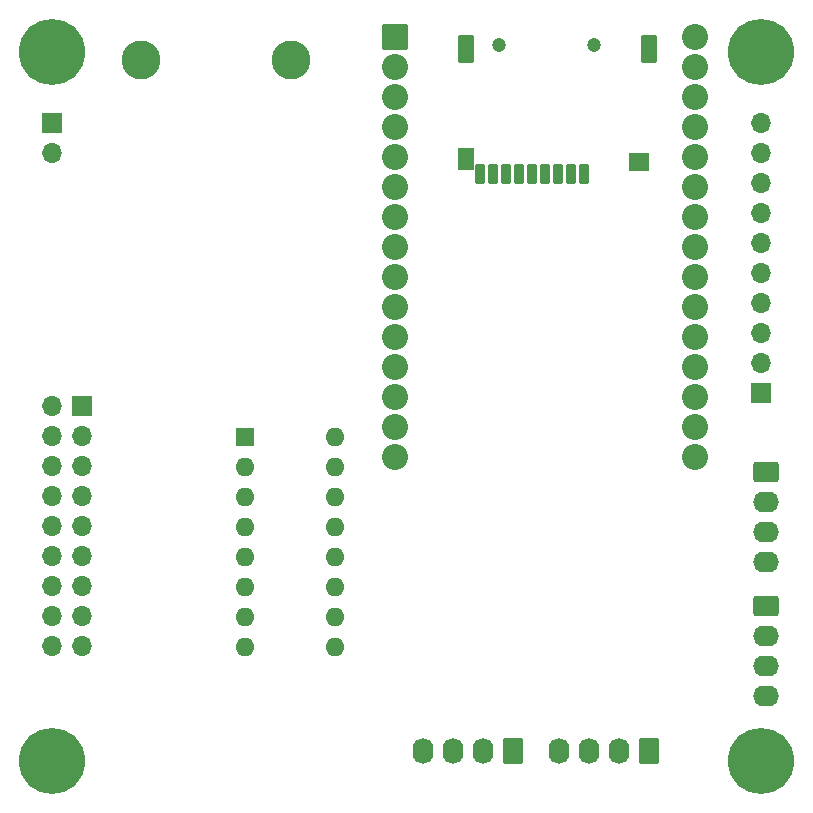
<source format=gbr>
%TF.GenerationSoftware,KiCad,Pcbnew,8.0.0-8.0.0-1~ubuntu20.04.1*%
%TF.CreationDate,2024-06-18T17:36:17-06:00*%
%TF.ProjectId,BioReactify,42696f52-6561-4637-9469-66792e6b6963,rev?*%
%TF.SameCoordinates,Original*%
%TF.FileFunction,Soldermask,Bot*%
%TF.FilePolarity,Negative*%
%FSLAX46Y46*%
G04 Gerber Fmt 4.6, Leading zero omitted, Abs format (unit mm)*
G04 Created by KiCad (PCBNEW 8.0.0-8.0.0-1~ubuntu20.04.1) date 2024-06-18 17:36:17*
%MOMM*%
%LPD*%
G01*
G04 APERTURE LIST*
G04 Aperture macros list*
%AMRoundRect*
0 Rectangle with rounded corners*
0 $1 Rounding radius*
0 $2 $3 $4 $5 $6 $7 $8 $9 X,Y pos of 4 corners*
0 Add a 4 corners polygon primitive as box body*
4,1,4,$2,$3,$4,$5,$6,$7,$8,$9,$2,$3,0*
0 Add four circle primitives for the rounded corners*
1,1,$1+$1,$2,$3*
1,1,$1+$1,$4,$5*
1,1,$1+$1,$6,$7*
1,1,$1+$1,$8,$9*
0 Add four rect primitives between the rounded corners*
20,1,$1+$1,$2,$3,$4,$5,0*
20,1,$1+$1,$4,$5,$6,$7,0*
20,1,$1+$1,$6,$7,$8,$9,0*
20,1,$1+$1,$8,$9,$2,$3,0*%
G04 Aperture macros list end*
%ADD10C,3.300000*%
%ADD11RoundRect,0.250000X-0.845000X0.620000X-0.845000X-0.620000X0.845000X-0.620000X0.845000X0.620000X0*%
%ADD12O,2.190000X1.740000*%
%ADD13RoundRect,0.102000X-1.000000X-1.000000X1.000000X-1.000000X1.000000X1.000000X-1.000000X1.000000X0*%
%ADD14C,2.204000*%
%ADD15RoundRect,0.250000X0.620000X0.845000X-0.620000X0.845000X-0.620000X-0.845000X0.620000X-0.845000X0*%
%ADD16O,1.740000X2.190000*%
%ADD17C,3.600000*%
%ADD18C,5.600000*%
%ADD19R,1.600000X1.600000*%
%ADD20O,1.600000X1.600000*%
%ADD21C,1.200000*%
%ADD22RoundRect,0.050800X-0.350000X-0.800000X0.350000X-0.800000X0.350000X0.800000X-0.350000X0.800000X0*%
%ADD23RoundRect,0.050800X-0.600000X-0.900000X0.600000X-0.900000X0.600000X0.900000X-0.600000X0.900000X0*%
%ADD24RoundRect,0.050800X-0.600000X-1.100000X0.600000X-1.100000X0.600000X1.100000X-0.600000X1.100000X0*%
%ADD25RoundRect,0.050800X-0.800000X-0.750000X0.800000X-0.750000X0.800000X0.750000X-0.800000X0.750000X0*%
%ADD26R,1.700000X1.700000*%
%ADD27O,1.700000X1.700000*%
G04 APERTURE END LIST*
D10*
%TO.C,IC1*%
X165159900Y-25710950D03*
X152459900Y-25710950D03*
%TD*%
D11*
%TO.C,I2C0*%
X205450000Y-60580000D03*
D12*
X205450000Y-63120000D03*
X205450000Y-65660000D03*
X205450000Y-68200000D03*
%TD*%
D13*
%TO.C,U1*%
X174007500Y-23714250D03*
D14*
X174007500Y-26254250D03*
X174007500Y-28794250D03*
X174007500Y-31334250D03*
X174007500Y-33874250D03*
X174007500Y-36414250D03*
X174007500Y-38954250D03*
X174007500Y-41494250D03*
X174007500Y-44034250D03*
X174007500Y-46574250D03*
X174007500Y-49114250D03*
X174007500Y-51654250D03*
X174007500Y-54194250D03*
X174007500Y-56734250D03*
X174007500Y-59274250D03*
X199407500Y-59274250D03*
X199407500Y-56734250D03*
X199407500Y-54194250D03*
X199407500Y-51654250D03*
X199407500Y-49114250D03*
X199407500Y-46574250D03*
X199407500Y-44034250D03*
X199407500Y-41494250D03*
X199407500Y-38954250D03*
X199407500Y-36414250D03*
X199407500Y-33874250D03*
X199407500Y-31334250D03*
X199407500Y-28794250D03*
X199407500Y-26254250D03*
X199407500Y-23714250D03*
%TD*%
D15*
%TO.C,I2C2*%
X195480000Y-84150000D03*
D16*
X192940000Y-84150000D03*
X190400000Y-84150000D03*
X187860000Y-84150000D03*
%TD*%
D17*
%TO.C,H3*%
X145000000Y-25000000D03*
D18*
X145000000Y-25000000D03*
%TD*%
D17*
%TO.C,H4*%
X145000000Y-85000000D03*
D18*
X145000000Y-85000000D03*
%TD*%
D19*
%TO.C,U4*%
X161300000Y-57600000D03*
D20*
X161300000Y-60140000D03*
X161300000Y-62680000D03*
X161300000Y-65220000D03*
X161300000Y-67760000D03*
X161300000Y-70300000D03*
X161300000Y-72840000D03*
X161300000Y-75380000D03*
X168920000Y-75380000D03*
X168920000Y-72840000D03*
X168920000Y-70300000D03*
X168920000Y-67760000D03*
X168920000Y-65220000D03*
X168920000Y-62680000D03*
X168920000Y-60140000D03*
X168920000Y-57600000D03*
%TD*%
D17*
%TO.C,H2*%
X205000000Y-85000000D03*
D18*
X205000000Y-85000000D03*
%TD*%
D17*
%TO.C,H1*%
X205000000Y-25000000D03*
D18*
X205000000Y-25000000D03*
%TD*%
D11*
%TO.C,I2C1*%
X205430000Y-71930000D03*
D12*
X205430000Y-74470000D03*
X205430000Y-77010000D03*
X205430000Y-79550000D03*
%TD*%
D15*
%TO.C,I2C3*%
X183970000Y-84220000D03*
D16*
X181430000Y-84220000D03*
X178890000Y-84220000D03*
X176350000Y-84220000D03*
%TD*%
D21*
%TO.C,J3*%
X182820000Y-24380000D03*
X190820000Y-24380000D03*
D22*
X190019900Y-35380000D03*
X188919900Y-35380000D03*
X187820000Y-35380000D03*
X186720000Y-35380000D03*
X185619900Y-35380000D03*
X184520100Y-35380000D03*
X183420000Y-35380000D03*
X182319900Y-35380000D03*
X181219800Y-35380000D03*
D23*
X180020000Y-34080000D03*
D24*
X180020000Y-24780000D03*
X195520000Y-24780000D03*
D25*
X194619900Y-34329900D03*
%TD*%
D26*
%TO.C,J4*%
X145000000Y-31000000D03*
D27*
X145000000Y-33540000D03*
%TD*%
D26*
%TO.C,J1*%
X147540000Y-55000000D03*
D27*
X145000000Y-55000000D03*
X147540000Y-57540000D03*
X145000000Y-57540000D03*
X147540000Y-60080000D03*
X145000000Y-60080000D03*
X147540000Y-62620000D03*
X145000000Y-62620000D03*
X147540000Y-65160000D03*
X145000000Y-65160000D03*
X147540000Y-67700000D03*
X145000000Y-67700000D03*
X147540000Y-70240000D03*
X145000000Y-70240000D03*
X147540000Y-72780000D03*
X145000000Y-72780000D03*
X147540000Y-75320000D03*
X145000000Y-75320000D03*
%TD*%
D26*
%TO.C,J2*%
X205000000Y-53860000D03*
D27*
X205000000Y-51320000D03*
X205000000Y-48780000D03*
X205000000Y-46240000D03*
X205000000Y-43700000D03*
X205000000Y-41160000D03*
X205000000Y-38620000D03*
X205000000Y-36080000D03*
X205000000Y-33540000D03*
X205000000Y-31000000D03*
%TD*%
M02*

</source>
